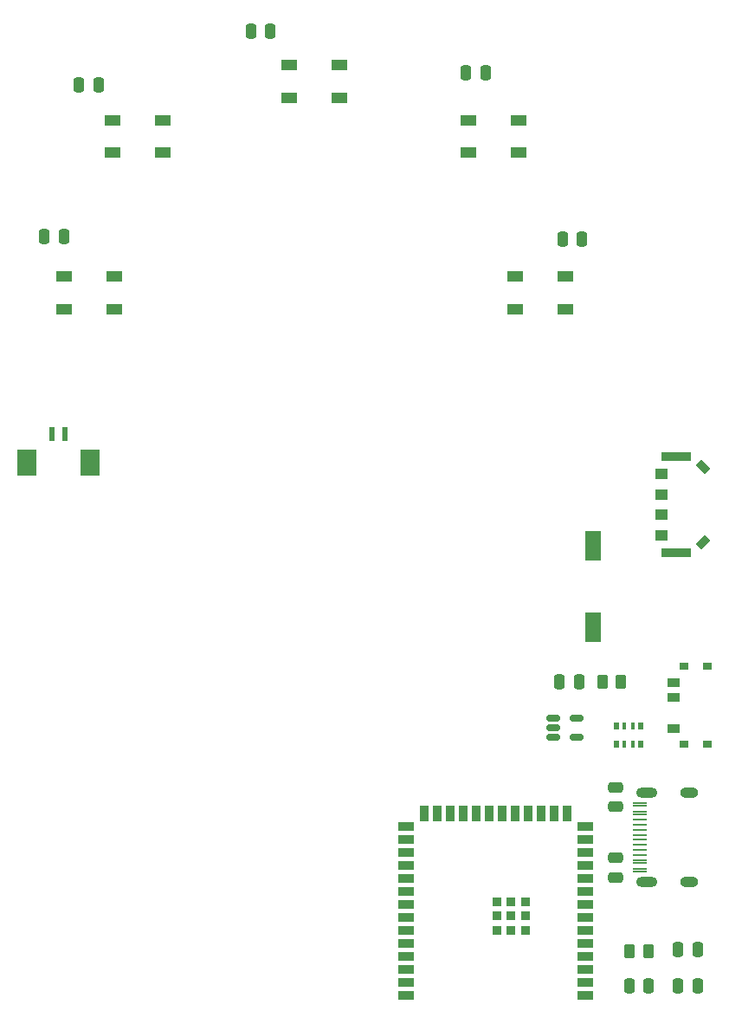
<source format=gbr>
%TF.GenerationSoftware,KiCad,Pcbnew,(6.99.0-1615-g403992a6f4-dirty)*%
%TF.CreationDate,2022-06-06T14:57:22-05:00*%
%TF.ProjectId,DeauthBottom,44656175-7468-4426-9f74-746f6d2e6b69,rev?*%
%TF.SameCoordinates,Original*%
%TF.FileFunction,Paste,Top*%
%TF.FilePolarity,Positive*%
%FSLAX46Y46*%
G04 Gerber Fmt 4.6, Leading zero omitted, Abs format (unit mm)*
G04 Created by KiCad (PCBNEW (6.99.0-1615-g403992a6f4-dirty)) date 2022-06-06 14:57:22*
%MOMM*%
%LPD*%
G01*
G04 APERTURE LIST*
G04 Aperture macros list*
%AMRoundRect*
0 Rectangle with rounded corners*
0 $1 Rounding radius*
0 $2 $3 $4 $5 $6 $7 $8 $9 X,Y pos of 4 corners*
0 Add a 4 corners polygon primitive as box body*
4,1,4,$2,$3,$4,$5,$6,$7,$8,$9,$2,$3,0*
0 Add four circle primitives for the rounded corners*
1,1,$1+$1,$2,$3*
1,1,$1+$1,$4,$5*
1,1,$1+$1,$6,$7*
1,1,$1+$1,$8,$9*
0 Add four rect primitives between the rounded corners*
20,1,$1+$1,$2,$3,$4,$5,0*
20,1,$1+$1,$4,$5,$6,$7,0*
20,1,$1+$1,$6,$7,$8,$9,0*
20,1,$1+$1,$8,$9,$2,$3,0*%
%AMRotRect*
0 Rectangle, with rotation*
0 The origin of the aperture is its center*
0 $1 length*
0 $2 width*
0 $3 Rotation angle, in degrees counterclockwise*
0 Add horizontal line*
21,1,$1,$2,0,0,$3*%
G04 Aperture macros list end*
%ADD10RoundRect,0.250000X-0.262500X-0.450000X0.262500X-0.450000X0.262500X0.450000X-0.262500X0.450000X0*%
%ADD11R,1.900000X2.600000*%
%ADD12R,0.600000X1.350000*%
%ADD13RoundRect,0.250000X-0.250000X-0.475000X0.250000X-0.475000X0.250000X0.475000X-0.250000X0.475000X0*%
%ADD14R,0.500000X0.800000*%
%ADD15R,0.400000X0.800000*%
%ADD16R,1.500000X1.000000*%
%ADD17R,3.000000X0.900000*%
%ADD18RotRect,0.800000X1.200000X45.000000*%
%ADD19RotRect,0.800000X1.200000X315.000000*%
%ADD20R,1.300000X1.000000*%
%ADD21RoundRect,0.250000X0.250000X0.475000X-0.250000X0.475000X-0.250000X-0.475000X0.250000X-0.475000X0*%
%ADD22RoundRect,0.150000X-0.512500X-0.150000X0.512500X-0.150000X0.512500X0.150000X-0.512500X0.150000X0*%
%ADD23RoundRect,0.250000X-0.475000X0.250000X-0.475000X-0.250000X0.475000X-0.250000X0.475000X0.250000X0*%
%ADD24R,1.400000X0.250000*%
%ADD25O,2.100000X1.000000*%
%ADD26O,1.800000X1.000000*%
%ADD27R,1.250000X0.900000*%
%ADD28R,0.900000X0.800000*%
%ADD29R,1.500000X0.900000*%
%ADD30R,0.900000X1.500000*%
%ADD31R,0.900000X0.900000*%
%ADD32R,1.600000X3.000000*%
%ADD33RoundRect,0.250000X0.475000X-0.250000X0.475000X0.250000X-0.475000X0.250000X-0.475000X-0.250000X0*%
G04 APERTURE END LIST*
D10*
%TO.C,R3*%
X161687500Y-119300000D03*
X163512500Y-119300000D03*
%TD*%
D11*
%TO.C,BT1*%
X105424999Y-97909999D03*
X111574999Y-97909999D03*
D12*
X107874999Y-95074999D03*
X109124999Y-95074999D03*
%TD*%
D13*
%TO.C,C10*%
X164312500Y-149000000D03*
X166212500Y-149000000D03*
%TD*%
D14*
%TO.C,RN1*%
X165449999Y-123599999D03*
D15*
X164649999Y-123599999D03*
X163849999Y-123599999D03*
D14*
X163049999Y-123599999D03*
X163049999Y-125399999D03*
D15*
X163849999Y-125399999D03*
X164649999Y-125399999D03*
D14*
X165449999Y-125399999D03*
%TD*%
D16*
%TO.C,D2*%
X118699999Y-67599999D03*
X118699999Y-64399999D03*
X113799999Y-64399999D03*
X113799999Y-67599999D03*
%TD*%
D17*
%TO.C,U2*%
X168919999Y-97299999D03*
D18*
X171531269Y-98323044D03*
D19*
X171531269Y-105676954D03*
D17*
X168919999Y-106699999D03*
D20*
X167469999Y-98999999D03*
X167469999Y-104999999D03*
X167469999Y-102999999D03*
X167469999Y-100999999D03*
%TD*%
D21*
%TO.C,C6*%
X129200000Y-55750000D03*
X127300000Y-55750000D03*
%TD*%
D16*
%TO.C,D1*%
X113949999Y-82899999D03*
X113949999Y-79699999D03*
X109049999Y-79699999D03*
X109049999Y-82899999D03*
%TD*%
D13*
%TO.C,C7*%
X148350000Y-59750000D03*
X150250000Y-59750000D03*
%TD*%
D16*
%TO.C,D5*%
X158049999Y-82899999D03*
X158049999Y-79699999D03*
X153149999Y-79699999D03*
X153149999Y-82899999D03*
%TD*%
D22*
%TO.C,U1*%
X156862500Y-122850000D03*
X156862500Y-123800000D03*
X156862500Y-124750000D03*
X159137500Y-124750000D03*
X159137500Y-122850000D03*
%TD*%
D23*
%TO.C,C4*%
X163000000Y-136500000D03*
X163000000Y-138400000D03*
%TD*%
D24*
%TO.C,P1*%
X165312499Y-137824999D03*
X165312499Y-137024999D03*
X165312499Y-135749999D03*
X165312499Y-134749999D03*
X165312499Y-134249999D03*
X165312499Y-136249999D03*
X165312499Y-131974999D03*
X165312499Y-131174999D03*
X165312499Y-131424999D03*
X165312499Y-132224999D03*
X165312499Y-132749999D03*
X165312499Y-133749999D03*
X165312499Y-135249999D03*
X165312499Y-133249999D03*
X165312499Y-136774999D03*
X165312499Y-137574999D03*
D25*
X166012499Y-138819999D03*
D26*
X170162499Y-138819999D03*
D25*
X166012499Y-130179999D03*
D26*
X170162499Y-130179999D03*
%TD*%
D13*
%TO.C,C8*%
X169100000Y-149000000D03*
X171000000Y-149000000D03*
%TD*%
D27*
%TO.C,SW4*%
X168674999Y-119349999D03*
X168674999Y-120849999D03*
X168674999Y-123849999D03*
D28*
X171949999Y-117799999D03*
X169649999Y-117799999D03*
X171949999Y-125399999D03*
X169649999Y-125409999D03*
%TD*%
D13*
%TO.C,C1*%
X157500000Y-119300000D03*
X159400000Y-119300000D03*
%TD*%
%TO.C,C9*%
X169100000Y-145500000D03*
X171000000Y-145500000D03*
%TD*%
D21*
%TO.C,C5*%
X112400000Y-61000000D03*
X110500000Y-61000000D03*
%TD*%
D16*
%TO.C,D3*%
X135949999Y-62199999D03*
X135949999Y-58999999D03*
X131049999Y-58999999D03*
X131049999Y-62199999D03*
%TD*%
D29*
%TO.C,U7*%
X159999999Y-149909999D03*
X159999999Y-148639999D03*
X159999999Y-147369999D03*
X159999999Y-146099999D03*
X159999999Y-144829999D03*
X159999999Y-143559999D03*
X159999999Y-142289999D03*
X159999999Y-141019999D03*
X159999999Y-139749999D03*
X159999999Y-138479999D03*
X159999999Y-137209999D03*
X159999999Y-135939999D03*
X159999999Y-134669999D03*
X159999999Y-133399999D03*
D30*
X158234999Y-132149999D03*
X156964999Y-132149999D03*
X155694999Y-132149999D03*
X154424999Y-132149999D03*
X153154999Y-132149999D03*
X151884999Y-132149999D03*
X150614999Y-132149999D03*
X149344999Y-132149999D03*
X148074999Y-132149999D03*
X146804999Y-132149999D03*
X145534999Y-132149999D03*
X144264999Y-132149999D03*
D29*
X142499999Y-133399999D03*
X142499999Y-134669999D03*
X142499999Y-135939999D03*
X142499999Y-137209999D03*
X142499999Y-138479999D03*
X142499999Y-139749999D03*
X142499999Y-141019999D03*
X142499999Y-142289999D03*
X142499999Y-143559999D03*
X142499999Y-144829999D03*
X142499999Y-146099999D03*
X142499999Y-147369999D03*
X142499999Y-148639999D03*
X142499999Y-149909999D03*
D31*
X154149999Y-143589999D03*
X154149999Y-142189999D03*
X154149999Y-140789999D03*
X152749999Y-143589999D03*
X152749999Y-142189999D03*
X152749999Y-140789999D03*
X151349999Y-143589999D03*
X151349999Y-142189999D03*
X151349999Y-140789999D03*
%TD*%
D16*
%TO.C,D4*%
X153449999Y-67599999D03*
X153449999Y-64399999D03*
X148549999Y-64399999D03*
X148549999Y-67599999D03*
%TD*%
D32*
%TO.C,BZ1*%
X160799999Y-105999999D03*
X160799999Y-113999999D03*
%TD*%
D13*
%TO.C,C11*%
X157800000Y-76000000D03*
X159700000Y-76000000D03*
%TD*%
D10*
%TO.C,R4*%
X164337500Y-145600000D03*
X166162500Y-145600000D03*
%TD*%
D33*
%TO.C,C3*%
X163000000Y-129600000D03*
X163000000Y-131500000D03*
%TD*%
D13*
%TO.C,C2*%
X107100000Y-75750000D03*
X109000000Y-75750000D03*
%TD*%
M02*

</source>
